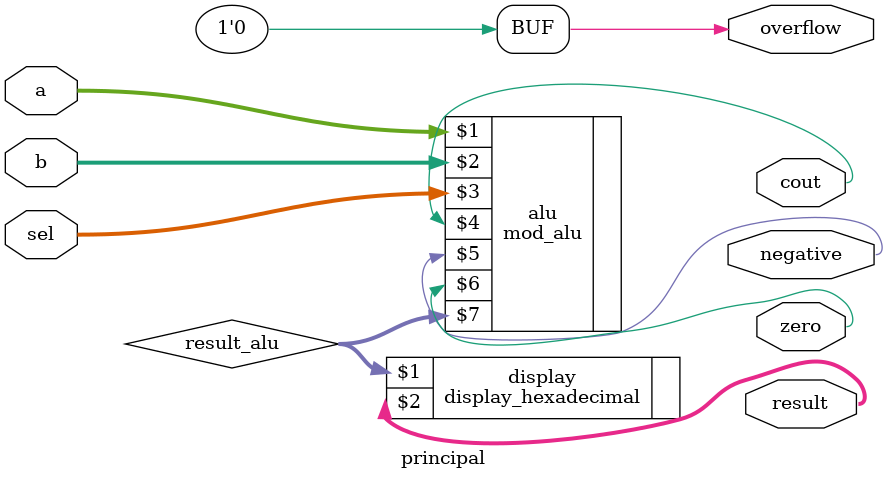
<source format=sv>
module principal #(parameter width = 4) (	 input logic [width - 1 : 0] a,b,
						 input logic[3:0] sel,
						 output logic cout,negative,zero,overflow,
						 output logic [6 : 0] result);
						 
logic [width - 1 : 0] result_alu;

mod_alu #(.width(width)) alu(a, b, sel, cout, negative, zero, result_alu);

display_hexadecimal display(result_alu, result);

assign overflow = 0;

endmodule
</source>
